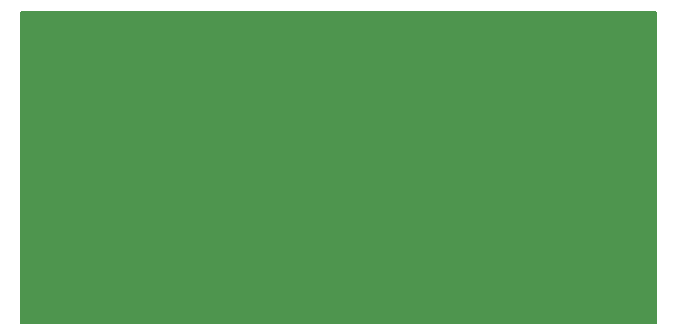
<source format=gbr>
%TF.GenerationSoftware,KiCad,Pcbnew,8.0.8*%
%TF.CreationDate,2025-01-27T09:22:13+00:00*%
%TF.ProjectId,ViaTest,56696154-6573-4742-9e6b-696361645f70,rev?*%
%TF.SameCoordinates,Original*%
%TF.FileFunction,Copper,L2,Bot*%
%TF.FilePolarity,Positive*%
%FSLAX46Y46*%
G04 Gerber Fmt 4.6, Leading zero omitted, Abs format (unit mm)*
G04 Created by KiCad (PCBNEW 8.0.8) date 2025-01-27 09:22:13*
%MOMM*%
%LPD*%
G01*
G04 APERTURE LIST*
%TA.AperFunction,ViaPad*%
%ADD10C,0.600000*%
%TD*%
G04 APERTURE END LIST*
D10*
%TO.N,GND*%
X158000000Y-90000000D03*
X127000000Y-95000000D03*
X143759191Y-97996634D03*
%TD*%
%TA.AperFunction,Conductor*%
%TO.N,GND*%
G36*
X169442539Y-83520185D02*
G01*
X169488294Y-83572989D01*
X169499500Y-83624500D01*
X169499500Y-109875500D01*
X169479815Y-109942539D01*
X169427011Y-109988294D01*
X169375500Y-109999500D01*
X115624500Y-109999500D01*
X115557461Y-109979815D01*
X115511706Y-109927011D01*
X115500500Y-109875500D01*
X115500500Y-83624500D01*
X115520185Y-83557461D01*
X115572989Y-83511706D01*
X115624500Y-83500500D01*
X169375500Y-83500500D01*
X169442539Y-83520185D01*
G37*
%TD.AperFunction*%
%TD*%
M02*

</source>
